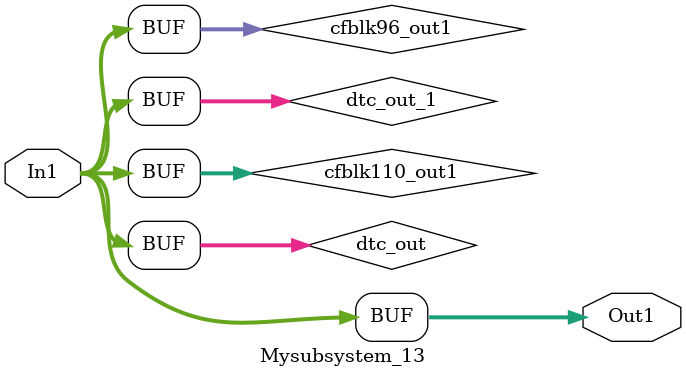
<source format=v>



`timescale 1 ns / 1 ns

module Mysubsystem_13
          (In1,
           Out1);


  input   [7:0] In1;  // uint8
  output  [7:0] Out1;  // uint8


  wire [7:0] dtc_out;  // ufix8
  wire [7:0] cfblk110_out1;  // uint8
  wire [7:0] dtc_out_1;  // ufix8
  wire [7:0] cfblk96_out1;  // uint8


  assign dtc_out = In1;



  assign cfblk110_out1 = dtc_out;



  assign dtc_out_1 = cfblk110_out1;



  assign cfblk96_out1 = dtc_out_1;



  assign Out1 = cfblk96_out1;

endmodule  // Mysubsystem_13


</source>
